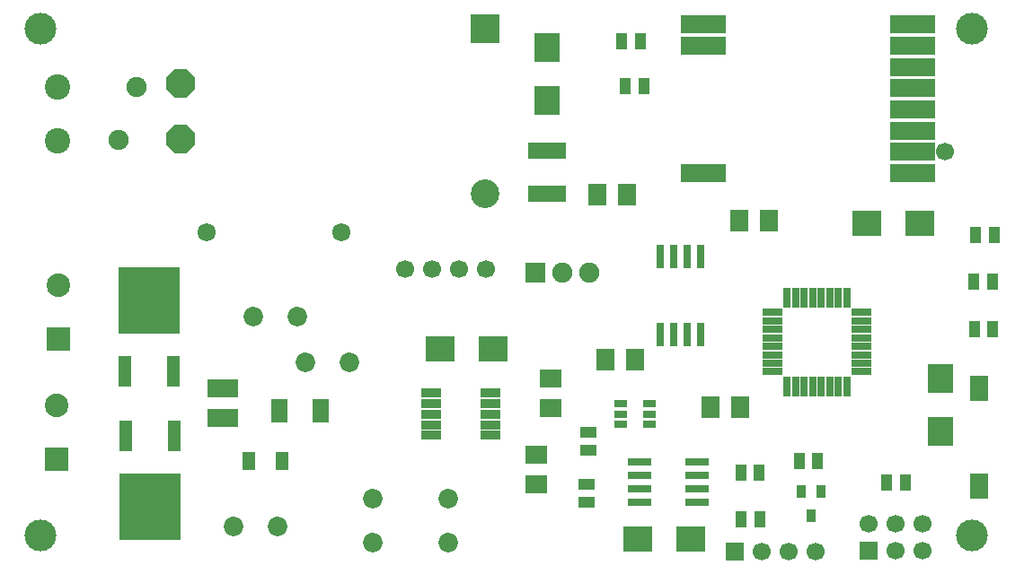
<source format=gbr>
G04 DipTrace 3.2.0.1*
G04 TopMask.gbr*
%MOMM*%
G04 #@! TF.FileFunction,Soldermask,Top*
G04 #@! TF.Part,Single*
%AMOUTLINE1*
4,1,8,
1.35,0.55909,
0.55909,1.35,
-0.55909,1.35,
-1.35,0.55909,
-1.35,-0.55909,
-0.55909,-1.35,
0.55909,-1.35,
1.35,-0.55909,
1.35,0.55909,
0*%
%ADD35R,1.7X1.7*%
%ADD36C,1.7*%
%ADD71C,3.0*%
%ADD81R,2.7X2.7*%
%ADD83C,2.7*%
%ADD85R,1.95X0.85*%
%ADD87R,0.85X1.25*%
%ADD89R,1.3X0.8*%
%ADD91R,2.2X0.8*%
%ADD93R,0.8X2.2*%
%ADD95R,0.7X1.9*%
%ADD97R,1.9X0.7*%
%ADD99R,4.2X1.7*%
%ADD101R,1.8X2.38*%
%ADD103C,1.724*%
%ADD105C,1.724*%
%ADD107R,1.2X1.7*%
%ADD109C,1.85*%
%ADD111R,1.6X1.05*%
%ADD117R,5.75X6.35*%
%ADD119R,1.2X2.95*%
%ADD121C,1.7*%
%ADD122R,3.6X1.6*%
%ADD124C,2.232*%
%ADD126R,2.232X2.232*%
%ADD128C,1.9*%
%ADD129R,1.9X1.9*%
%ADD132C,2.4*%
%ADD133R,1.6X2.3*%
%ADD135R,1.05X1.6*%
%ADD137R,2.0X1.8*%
%ADD139R,2.9X1.8*%
%ADD141R,1.8X2.0*%
%ADD143R,2.4X2.8*%
%ADD145R,2.8X2.4*%
%ADD151OUTLINE1*%
%FSLAX35Y35*%
G04*
G71*
G90*
G75*
G01*
G04 TopMask*
%LPD*%
D145*
X1368907Y4043017D3*
X1868907D3*
D143*
X2057560Y2077313D3*
Y2577313D3*
D141*
X-1172250Y4309057D3*
X-892250D3*
X445310Y4062933D3*
X165310D3*
X-102797Y2301507D3*
X177203D3*
D145*
X-790550Y1058607D3*
X-290550D3*
D141*
X-1094383Y2753980D3*
X-814383D3*
D143*
X-1646333Y5199920D3*
Y5699920D3*
D139*
X-4703653Y2202213D3*
Y2482213D3*
D137*
X-1612163Y2575920D3*
Y2295920D3*
X-1744957Y1854537D3*
Y1574537D3*
D145*
X-2655280Y2857467D3*
X-2155280D3*
D135*
X2395047Y3928073D3*
X2570047D3*
X2374913Y3490313D3*
X2549913D3*
X2380643Y3043727D3*
X2555643D3*
D133*
X-3778250Y2270123D3*
X-4168237D3*
D132*
X-6262247Y4820837D3*
Y5328837D3*
D71*
X-6423333Y1093133D3*
X-6422627Y5873317D3*
X2357197Y1093947D3*
X2357903Y5874130D3*
D35*
X1387060Y945327D3*
D36*
Y1199327D3*
X1641060Y945327D3*
Y1199327D3*
X1895060Y945327D3*
Y1199327D3*
D129*
X-1760540Y3571660D3*
D128*
X-1506540D3*
X-1252540D3*
D126*
X-6251100Y2945570D3*
D124*
Y3453570D3*
D126*
X-6271043Y1809323D3*
D124*
Y2317323D3*
D35*
X124030Y943510D3*
D36*
X378030D3*
X632030D3*
X886030D3*
D122*
X-1644097Y4725067D3*
Y4315067D3*
D121*
X2105953Y4720437D3*
D119*
X-5622323Y2641157D3*
X-5166323D3*
D117*
X-5394323Y3311157D3*
D119*
X-5162723Y2035410D3*
X-5618723D3*
D117*
X-5390723Y1365410D3*
D135*
X1552130Y1592193D3*
X1727130D3*
D111*
X-1278757Y1579337D3*
Y1404337D3*
X-1257030Y2069413D3*
Y1894413D3*
D135*
X180913Y1248000D3*
X355913D3*
X178217Y1685833D3*
X353217D3*
X730420Y1793363D3*
X905420D3*
D128*
X-5683063Y4822980D3*
X-5513063Y5322980D3*
D109*
X-3508373Y2730500D3*
X-3923373D3*
D107*
X-4141167Y1797590D3*
X-4461167D3*
D109*
X-4413250Y3159123D3*
X-3998250D3*
X-4189770Y1179333D3*
X-4604770D3*
X-3286127Y1444627D3*
Y1029627D3*
X-2582273Y1436850D3*
Y1021850D3*
D105*
X-3587750Y3952873D3*
D103*
X-4857750D3*
D135*
X-944207Y5761093D3*
X-769207D3*
X-735540Y5336813D3*
X-910540D3*
D101*
X2429220Y2481720D3*
Y1561720D3*
D99*
X-174140Y5915710D3*
Y5715710D3*
Y4515710D3*
X1795860D3*
Y4715710D3*
Y4915710D3*
Y5115710D3*
Y5315710D3*
Y5515710D3*
Y5715710D3*
Y5915710D3*
D97*
X1316850Y2639350D3*
Y2719350D3*
Y2799350D3*
Y2879350D3*
Y2959350D3*
Y3039350D3*
Y3119350D3*
Y3199350D3*
D95*
X1176850Y3339350D3*
X1096850D3*
X1016850D3*
X936850D3*
X856850D3*
X776850D3*
X696850D3*
X616850D3*
D97*
X476850Y3199350D3*
Y3119350D3*
Y3039350D3*
Y2959350D3*
Y2879350D3*
Y2799350D3*
Y2719350D3*
Y2639350D3*
D95*
X616850Y2499350D3*
X696850D3*
X776850D3*
X856850D3*
X936850D3*
X1016850D3*
X1096850D3*
X1176850D3*
D93*
X-578977Y2985997D3*
X-451977D3*
X-324977D3*
X-197977D3*
Y3725997D3*
X-324977D3*
X-451977D3*
X-578977D3*
D91*
X-232663Y1409763D3*
Y1536763D3*
Y1663763D3*
Y1790763D3*
X-772663D3*
Y1663763D3*
Y1536763D3*
Y1409763D3*
D89*
X-951630Y2335240D3*
Y2240240D3*
Y2145240D3*
X-681630D3*
Y2240240D3*
Y2335240D3*
D87*
X936983Y1509693D3*
X746983D3*
X841983Y1279693D3*
D121*
X-2220510Y3605783D3*
X-2474510D3*
X-2728510D3*
X-2982510D3*
D85*
X-2177927Y2038583D3*
Y2138583D3*
Y2238583D3*
Y2338583D3*
Y2438583D3*
X-2737927D3*
Y2338583D3*
Y2238583D3*
Y2138583D3*
Y2038583D3*
D151*
X-5097703Y4837733D3*
Y5360733D3*
D83*
X-2227703Y4317733D3*
D81*
Y5880733D3*
M02*

</source>
